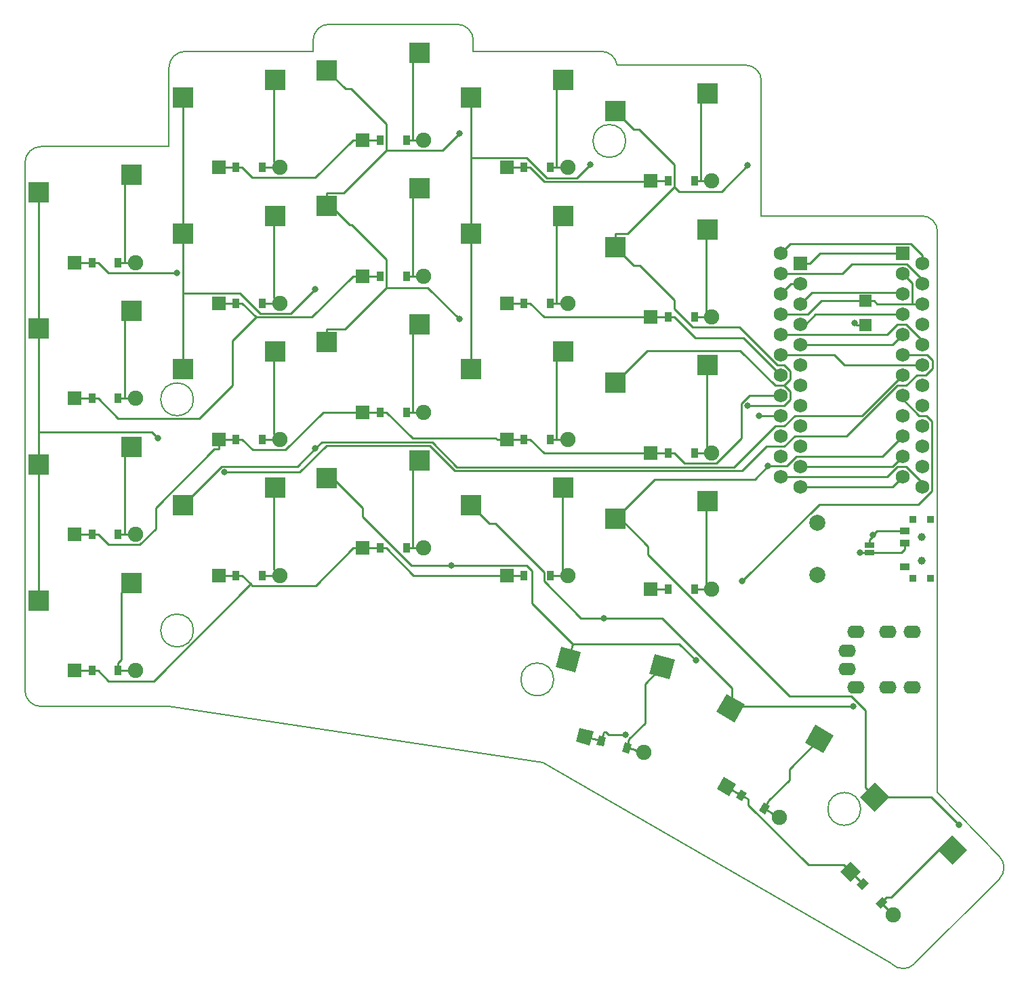
<source format=gbr>
G04 #@! TF.GenerationSoftware,KiCad,Pcbnew,5.1.5+dfsg1-2build2*
G04 #@! TF.CreationDate,2024-05-28T11:23:48+00:00*
G04 #@! TF.ProjectId,board,626f6172-642e-46b6-9963-61645f706362,0.3*
G04 #@! TF.SameCoordinates,Original*
G04 #@! TF.FileFunction,Copper,L1,Top*
G04 #@! TF.FilePolarity,Positive*
%FSLAX46Y46*%
G04 Gerber Fmt 4.6, Leading zero omitted, Abs format (unit mm)*
G04 Created by KiCad (PCBNEW 5.1.5+dfsg1-2build2) date 2024-05-28 11:23:48*
%MOMM*%
%LPD*%
G04 APERTURE LIST*
G04 #@! TA.AperFunction,Profile*
%ADD10C,0.150000*%
G04 #@! TD*
G04 #@! TA.AperFunction,SMDPad,CuDef*
%ADD11R,2.600000X2.600000*%
G04 #@! TD*
G04 #@! TA.AperFunction,SMDPad,CuDef*
%ADD12C,0.350000*%
G04 #@! TD*
G04 #@! TA.AperFunction,SMDPad,CuDef*
%ADD13R,0.900000X1.200000*%
G04 #@! TD*
G04 #@! TA.AperFunction,ComponentPad*
%ADD14R,1.778000X1.778000*%
G04 #@! TD*
G04 #@! TA.AperFunction,ComponentPad*
%ADD15C,1.905000*%
G04 #@! TD*
G04 #@! TA.AperFunction,ComponentPad*
%ADD16C,0.350000*%
G04 #@! TD*
G04 #@! TA.AperFunction,ComponentPad*
%ADD17R,1.752600X1.752600*%
G04 #@! TD*
G04 #@! TA.AperFunction,ComponentPad*
%ADD18C,1.752600*%
G04 #@! TD*
G04 #@! TA.AperFunction,SMDPad,CuDef*
%ADD19R,1.500000X1.500000*%
G04 #@! TD*
G04 #@! TA.AperFunction,ComponentPad*
%ADD20O,2.200000X1.600000*%
G04 #@! TD*
G04 #@! TA.AperFunction,SMDPad,CuDef*
%ADD21R,1.143000X0.635000*%
G04 #@! TD*
G04 #@! TA.AperFunction,WasherPad*
%ADD22C,1.000000*%
G04 #@! TD*
G04 #@! TA.AperFunction,SMDPad,CuDef*
%ADD23R,1.250000X0.900000*%
G04 #@! TD*
G04 #@! TA.AperFunction,SMDPad,CuDef*
%ADD24R,0.900000X0.900000*%
G04 #@! TD*
G04 #@! TA.AperFunction,ComponentPad*
%ADD25C,2.000000*%
G04 #@! TD*
G04 #@! TA.AperFunction,ViaPad*
%ADD26C,0.800000*%
G04 #@! TD*
G04 #@! TA.AperFunction,Conductor*
%ADD27C,0.250000*%
G04 #@! TD*
G04 APERTURE END LIST*
D10*
X-8000000Y-9500000D02*
X8000000Y-9500000D01*
X-10000000Y-7500000D02*
X-10000000Y58500000D01*
X-8000000Y-9500000D02*
G75*
G02X-10000000Y-7500000I0J2000000D01*
G01*
X8000000Y60500000D02*
X-8000000Y60500000D01*
X-10000000Y58500000D02*
G75*
G02X-8000000Y60500000I2000000J0D01*
G01*
X26000000Y72400000D02*
X10000000Y72400000D01*
X8000000Y70400000D02*
G75*
G02X10000000Y72400000I2000000J0D01*
G01*
X8000000Y70400000D02*
X8000000Y60500000D01*
X46000000Y72400000D02*
X46000000Y73800000D01*
X44000000Y75800000D02*
G75*
G02X46000000Y73800000I0J-2000000D01*
G01*
X44000000Y75800000D02*
X28000000Y75800000D01*
X26000000Y73800000D02*
G75*
G02X28000000Y75800000I2000000J0D01*
G01*
X26000000Y73800000D02*
X26000000Y72400000D01*
X62000000Y72400000D02*
G75*
G02X63977391Y70699872I0J-2000000D01*
G01*
X62000000Y72400000D02*
X46000000Y72400000D01*
X82000000Y51850000D02*
X82000000Y68700000D01*
X80000000Y70700000D02*
G75*
G02X82000000Y68700000I0J-2000000D01*
G01*
X80000000Y70700000D02*
X64000000Y70700000D01*
X63977391Y70699872D02*
G75*
G02X64000000Y70700000I22609J-1999872D01*
G01*
X101117258Y-41686664D02*
G75*
G02X98288831Y-41686665I-1414214J1414213D01*
G01*
X101117258Y-41686665D02*
X111723860Y-31080063D01*
X111723859Y-28251637D02*
G75*
G02X111723859Y-31080063I-1414213J-1414213D01*
G01*
X104000000Y-20208734D02*
X111723860Y-28251636D01*
X98288831Y-41686665D02*
X54707107Y-16524745D01*
X54707107Y-16524745D02*
X8000000Y-9500000D01*
X104000000Y-20208734D02*
X104000000Y49850000D01*
X102000000Y51850000D02*
G75*
G02X104000000Y49850000I0J-2000000D01*
G01*
X102000000Y51850000D02*
X82000000Y51850000D01*
X11050000Y28900000D02*
G75*
G03X11050000Y28900000I-2050000J0D01*
G01*
X11050000Y0D02*
G75*
G03X11050000Y0I-2050000J0D01*
G01*
X65050000Y61200000D02*
G75*
G03X65050000Y61200000I-2050000J0D01*
G01*
X56050000Y-6120000D02*
G75*
G03X56050000Y-6120000I-2050000J0D01*
G01*
X94399134Y-22311939D02*
G75*
G03X94399134Y-22311939I-2050000J0D01*
G01*
D11*
G04 #@! TO.P,S1,1*
G04 #@! TO.N,pinky_bottom*
X3275000Y5950000D03*
G04 #@! TO.P,S1,2*
G04 #@! TO.N,col_pinky*
X-8275000Y3750000D03*
G04 #@! TD*
G04 #@! TO.P,S2,1*
G04 #@! TO.N,pinky_home*
X3275000Y22950000D03*
G04 #@! TO.P,S2,2*
G04 #@! TO.N,col_pinky*
X-8275000Y20750000D03*
G04 #@! TD*
G04 #@! TO.P,S3,1*
G04 #@! TO.N,pinky_top*
X3275000Y39950000D03*
G04 #@! TO.P,S3,2*
G04 #@! TO.N,col_pinky*
X-8275000Y37750000D03*
G04 #@! TD*
G04 #@! TO.P,S4,1*
G04 #@! TO.N,pinky_extra*
X3275000Y56950000D03*
G04 #@! TO.P,S4,2*
G04 #@! TO.N,col_pinky*
X-8275000Y54750000D03*
G04 #@! TD*
G04 #@! TO.P,S5,1*
G04 #@! TO.N,ring_bottom*
X21275000Y17850000D03*
G04 #@! TO.P,S5,2*
G04 #@! TO.N,col_ring*
X9725000Y15650000D03*
G04 #@! TD*
G04 #@! TO.P,S6,1*
G04 #@! TO.N,ring_home*
X21275000Y34850000D03*
G04 #@! TO.P,S6,2*
G04 #@! TO.N,col_ring*
X9725000Y32650000D03*
G04 #@! TD*
G04 #@! TO.P,S7,1*
G04 #@! TO.N,ring_top*
X21275000Y51850000D03*
G04 #@! TO.P,S7,2*
G04 #@! TO.N,col_ring*
X9725000Y49650000D03*
G04 #@! TD*
G04 #@! TO.P,S8,1*
G04 #@! TO.N,ring_extra*
X21275000Y68850000D03*
G04 #@! TO.P,S8,2*
G04 #@! TO.N,col_ring*
X9725000Y66650000D03*
G04 #@! TD*
G04 #@! TO.P,S9,1*
G04 #@! TO.N,middle_bottom*
X39275000Y21250000D03*
G04 #@! TO.P,S9,2*
G04 #@! TO.N,col_middle*
X27725000Y19050000D03*
G04 #@! TD*
G04 #@! TO.P,S10,1*
G04 #@! TO.N,middle_home*
X39275000Y38250000D03*
G04 #@! TO.P,S10,2*
G04 #@! TO.N,col_middle*
X27725000Y36050000D03*
G04 #@! TD*
G04 #@! TO.P,S11,1*
G04 #@! TO.N,middle_top*
X39275000Y55250000D03*
G04 #@! TO.P,S11,2*
G04 #@! TO.N,col_middle*
X27725000Y53050000D03*
G04 #@! TD*
G04 #@! TO.P,S12,1*
G04 #@! TO.N,middle_extra*
X39275000Y72250000D03*
G04 #@! TO.P,S12,2*
G04 #@! TO.N,col_middle*
X27725000Y70050000D03*
G04 #@! TD*
G04 #@! TO.P,S13,1*
G04 #@! TO.N,index_bottom*
X57275000Y17850000D03*
G04 #@! TO.P,S13,2*
G04 #@! TO.N,col_index*
X45725000Y15650000D03*
G04 #@! TD*
G04 #@! TO.P,S14,1*
G04 #@! TO.N,index_home*
X57275000Y34850000D03*
G04 #@! TO.P,S14,2*
G04 #@! TO.N,col_index*
X45725000Y32650000D03*
G04 #@! TD*
G04 #@! TO.P,S15,1*
G04 #@! TO.N,index_top*
X57275000Y51850000D03*
G04 #@! TO.P,S15,2*
G04 #@! TO.N,col_index*
X45725000Y49650000D03*
G04 #@! TD*
G04 #@! TO.P,S16,1*
G04 #@! TO.N,index_extra*
X57275000Y68850000D03*
G04 #@! TO.P,S16,2*
G04 #@! TO.N,col_index*
X45725000Y66650000D03*
G04 #@! TD*
G04 #@! TO.P,S17,1*
G04 #@! TO.N,inner_bottom*
X75275000Y16150000D03*
G04 #@! TO.P,S17,2*
G04 #@! TO.N,col_inner*
X63725000Y13950000D03*
G04 #@! TD*
G04 #@! TO.P,S18,1*
G04 #@! TO.N,inner_home*
X75275000Y33150000D03*
G04 #@! TO.P,S18,2*
G04 #@! TO.N,col_inner*
X63725000Y30950000D03*
G04 #@! TD*
G04 #@! TO.P,S19,1*
G04 #@! TO.N,inner_top*
X75275000Y50150000D03*
G04 #@! TO.P,S19,2*
G04 #@! TO.N,col_inner*
X63725000Y47950000D03*
G04 #@! TD*
G04 #@! TO.P,S20,1*
G04 #@! TO.N,inner_extra*
X75275000Y67150000D03*
G04 #@! TO.P,S20,2*
G04 #@! TO.N,col_inner*
X63725000Y64950000D03*
G04 #@! TD*
G04 #@! TA.AperFunction,SMDPad,CuDef*
D12*
G04 #@! TO.P,S21,1*
G04 #@! TO.N,near_thumb*
G36*
X68004512Y-5438613D02*
G01*
X68677441Y-2927206D01*
X71188848Y-3600135D01*
X70515919Y-6111542D01*
X68004512Y-5438613D01*
G37*
G04 #@! TD.AperFunction*
G04 #@! TA.AperFunction,SMDPad,CuDef*
G04 #@! TO.P,S21,2*
G04 #@! TO.N,col_middle*
G36*
X56278667Y-4574290D02*
G01*
X56951596Y-2062883D01*
X59463003Y-2735812D01*
X58790074Y-5247219D01*
X56278667Y-4574290D01*
G37*
G04 #@! TD.AperFunction*
G04 #@! TD*
G04 #@! TA.AperFunction,SMDPad,CuDef*
G04 #@! TO.P,S22,1*
G04 #@! TO.N,home_thumb*
G36*
X87466300Y-14057982D02*
G01*
X88766300Y-11806316D01*
X91017966Y-13106316D01*
X89717966Y-15357982D01*
X87466300Y-14057982D01*
G37*
G04 #@! TD.AperFunction*
G04 #@! TA.AperFunction,SMDPad,CuDef*
G04 #@! TO.P,S22,2*
G04 #@! TO.N,col_index*
G36*
X76363707Y-10188238D02*
G01*
X77663707Y-7936572D01*
X79915373Y-9236572D01*
X78615373Y-11488238D01*
X76363707Y-10188238D01*
G37*
G04 #@! TD.AperFunction*
G04 #@! TD*
G04 #@! TA.AperFunction,SMDPad,CuDef*
G04 #@! TO.P,S23,1*
G04 #@! TO.N,far_thumb*
G36*
X104034082Y-27420789D02*
G01*
X105872560Y-25582311D01*
X107711038Y-27420789D01*
X105872560Y-29259267D01*
X104034082Y-27420789D01*
G37*
G04 #@! TD.AperFunction*
G04 #@! TA.AperFunction,SMDPad,CuDef*
G04 #@! TO.P,S23,2*
G04 #@! TO.N,col_inner*
G36*
X94311364Y-20809341D02*
G01*
X96149842Y-18970863D01*
X97988320Y-20809341D01*
X96149842Y-22647819D01*
X94311364Y-20809341D01*
G37*
G04 #@! TD.AperFunction*
G04 #@! TD*
D13*
G04 #@! TO.P,D1,1*
G04 #@! TO.N,row_bottom*
X-1650000Y-5000000D03*
G04 #@! TO.P,D1,2*
G04 #@! TO.N,pinky_bottom*
X1650000Y-5000000D03*
D14*
G04 #@! TO.P,D1,1*
G04 #@! TO.N,row_bottom*
X-3810000Y-5000000D03*
D15*
G04 #@! TO.P,D1,2*
G04 #@! TO.N,pinky_bottom*
X3810000Y-5000000D03*
G04 #@! TD*
D13*
G04 #@! TO.P,D2,1*
G04 #@! TO.N,row_home*
X-1650000Y12000000D03*
G04 #@! TO.P,D2,2*
G04 #@! TO.N,pinky_home*
X1650000Y12000000D03*
D14*
G04 #@! TO.P,D2,1*
G04 #@! TO.N,row_home*
X-3810000Y12000000D03*
D15*
G04 #@! TO.P,D2,2*
G04 #@! TO.N,pinky_home*
X3810000Y12000000D03*
G04 #@! TD*
D13*
G04 #@! TO.P,D3,1*
G04 #@! TO.N,row_top*
X-1650000Y29000000D03*
G04 #@! TO.P,D3,2*
G04 #@! TO.N,pinky_top*
X1650000Y29000000D03*
D14*
G04 #@! TO.P,D3,1*
G04 #@! TO.N,row_top*
X-3810000Y29000000D03*
D15*
G04 #@! TO.P,D3,2*
G04 #@! TO.N,pinky_top*
X3810000Y29000000D03*
G04 #@! TD*
D13*
G04 #@! TO.P,D4,1*
G04 #@! TO.N,row_extra*
X-1650000Y46000000D03*
G04 #@! TO.P,D4,2*
G04 #@! TO.N,pinky_extra*
X1650000Y46000000D03*
D14*
G04 #@! TO.P,D4,1*
G04 #@! TO.N,row_extra*
X-3810000Y46000000D03*
D15*
G04 #@! TO.P,D4,2*
G04 #@! TO.N,pinky_extra*
X3810000Y46000000D03*
G04 #@! TD*
D13*
G04 #@! TO.P,D5,1*
G04 #@! TO.N,row_bottom*
X16350000Y6900000D03*
G04 #@! TO.P,D5,2*
G04 #@! TO.N,ring_bottom*
X19650000Y6900000D03*
D14*
G04 #@! TO.P,D5,1*
G04 #@! TO.N,row_bottom*
X14190000Y6900000D03*
D15*
G04 #@! TO.P,D5,2*
G04 #@! TO.N,ring_bottom*
X21810000Y6900000D03*
G04 #@! TD*
D13*
G04 #@! TO.P,D6,1*
G04 #@! TO.N,row_home*
X16350000Y23900000D03*
G04 #@! TO.P,D6,2*
G04 #@! TO.N,ring_home*
X19650000Y23900000D03*
D14*
G04 #@! TO.P,D6,1*
G04 #@! TO.N,row_home*
X14190000Y23900000D03*
D15*
G04 #@! TO.P,D6,2*
G04 #@! TO.N,ring_home*
X21810000Y23900000D03*
G04 #@! TD*
D13*
G04 #@! TO.P,D7,1*
G04 #@! TO.N,row_top*
X16350000Y40900000D03*
G04 #@! TO.P,D7,2*
G04 #@! TO.N,ring_top*
X19650000Y40900000D03*
D14*
G04 #@! TO.P,D7,1*
G04 #@! TO.N,row_top*
X14190000Y40900000D03*
D15*
G04 #@! TO.P,D7,2*
G04 #@! TO.N,ring_top*
X21810000Y40900000D03*
G04 #@! TD*
D13*
G04 #@! TO.P,D8,1*
G04 #@! TO.N,row_extra*
X16350000Y57900000D03*
G04 #@! TO.P,D8,2*
G04 #@! TO.N,ring_extra*
X19650000Y57900000D03*
D14*
G04 #@! TO.P,D8,1*
G04 #@! TO.N,row_extra*
X14190000Y57900000D03*
D15*
G04 #@! TO.P,D8,2*
G04 #@! TO.N,ring_extra*
X21810000Y57900000D03*
G04 #@! TD*
D13*
G04 #@! TO.P,D9,1*
G04 #@! TO.N,row_bottom*
X34350000Y10300000D03*
G04 #@! TO.P,D9,2*
G04 #@! TO.N,middle_bottom*
X37650000Y10300000D03*
D14*
G04 #@! TO.P,D9,1*
G04 #@! TO.N,row_bottom*
X32190000Y10300000D03*
D15*
G04 #@! TO.P,D9,2*
G04 #@! TO.N,middle_bottom*
X39810000Y10300000D03*
G04 #@! TD*
D13*
G04 #@! TO.P,D10,1*
G04 #@! TO.N,row_home*
X34350000Y27300000D03*
G04 #@! TO.P,D10,2*
G04 #@! TO.N,middle_home*
X37650000Y27300000D03*
D14*
G04 #@! TO.P,D10,1*
G04 #@! TO.N,row_home*
X32190000Y27300000D03*
D15*
G04 #@! TO.P,D10,2*
G04 #@! TO.N,middle_home*
X39810000Y27300000D03*
G04 #@! TD*
D13*
G04 #@! TO.P,D11,1*
G04 #@! TO.N,row_top*
X34350000Y44300000D03*
G04 #@! TO.P,D11,2*
G04 #@! TO.N,middle_top*
X37650000Y44300000D03*
D14*
G04 #@! TO.P,D11,1*
G04 #@! TO.N,row_top*
X32190000Y44300000D03*
D15*
G04 #@! TO.P,D11,2*
G04 #@! TO.N,middle_top*
X39810000Y44300000D03*
G04 #@! TD*
D13*
G04 #@! TO.P,D12,1*
G04 #@! TO.N,row_extra*
X34350000Y61300000D03*
G04 #@! TO.P,D12,2*
G04 #@! TO.N,middle_extra*
X37650000Y61300000D03*
D14*
G04 #@! TO.P,D12,1*
G04 #@! TO.N,row_extra*
X32190000Y61300000D03*
D15*
G04 #@! TO.P,D12,2*
G04 #@! TO.N,middle_extra*
X39810000Y61300000D03*
G04 #@! TD*
D13*
G04 #@! TO.P,D13,1*
G04 #@! TO.N,row_bottom*
X52350000Y6900000D03*
G04 #@! TO.P,D13,2*
G04 #@! TO.N,index_bottom*
X55650000Y6900000D03*
D14*
G04 #@! TO.P,D13,1*
G04 #@! TO.N,row_bottom*
X50190000Y6900000D03*
D15*
G04 #@! TO.P,D13,2*
G04 #@! TO.N,index_bottom*
X57810000Y6900000D03*
G04 #@! TD*
D13*
G04 #@! TO.P,D14,1*
G04 #@! TO.N,row_home*
X52350000Y23900000D03*
G04 #@! TO.P,D14,2*
G04 #@! TO.N,index_home*
X55650000Y23900000D03*
D14*
G04 #@! TO.P,D14,1*
G04 #@! TO.N,row_home*
X50190000Y23900000D03*
D15*
G04 #@! TO.P,D14,2*
G04 #@! TO.N,index_home*
X57810000Y23900000D03*
G04 #@! TD*
D13*
G04 #@! TO.P,D15,1*
G04 #@! TO.N,row_top*
X52350000Y40900000D03*
G04 #@! TO.P,D15,2*
G04 #@! TO.N,index_top*
X55650000Y40900000D03*
D14*
G04 #@! TO.P,D15,1*
G04 #@! TO.N,row_top*
X50190000Y40900000D03*
D15*
G04 #@! TO.P,D15,2*
G04 #@! TO.N,index_top*
X57810000Y40900000D03*
G04 #@! TD*
D13*
G04 #@! TO.P,D16,1*
G04 #@! TO.N,row_extra*
X52350000Y57900000D03*
G04 #@! TO.P,D16,2*
G04 #@! TO.N,index_extra*
X55650000Y57900000D03*
D14*
G04 #@! TO.P,D16,1*
G04 #@! TO.N,row_extra*
X50190000Y57900000D03*
D15*
G04 #@! TO.P,D16,2*
G04 #@! TO.N,index_extra*
X57810000Y57900000D03*
G04 #@! TD*
D13*
G04 #@! TO.P,D17,1*
G04 #@! TO.N,row_bottom*
X70350000Y5200000D03*
G04 #@! TO.P,D17,2*
G04 #@! TO.N,inner_bottom*
X73650000Y5200000D03*
D14*
G04 #@! TO.P,D17,1*
G04 #@! TO.N,row_bottom*
X68190000Y5200000D03*
D15*
G04 #@! TO.P,D17,2*
G04 #@! TO.N,inner_bottom*
X75810000Y5200000D03*
G04 #@! TD*
D13*
G04 #@! TO.P,D18,1*
G04 #@! TO.N,row_home*
X70350000Y22200000D03*
G04 #@! TO.P,D18,2*
G04 #@! TO.N,inner_home*
X73650000Y22200000D03*
D14*
G04 #@! TO.P,D18,1*
G04 #@! TO.N,row_home*
X68190000Y22200000D03*
D15*
G04 #@! TO.P,D18,2*
G04 #@! TO.N,inner_home*
X75810000Y22200000D03*
G04 #@! TD*
D13*
G04 #@! TO.P,D19,1*
G04 #@! TO.N,row_top*
X70350000Y39200000D03*
G04 #@! TO.P,D19,2*
G04 #@! TO.N,inner_top*
X73650000Y39200000D03*
D14*
G04 #@! TO.P,D19,1*
G04 #@! TO.N,row_top*
X68190000Y39200000D03*
D15*
G04 #@! TO.P,D19,2*
G04 #@! TO.N,inner_top*
X75810000Y39200000D03*
G04 #@! TD*
D13*
G04 #@! TO.P,D20,1*
G04 #@! TO.N,row_extra*
X70350000Y56200000D03*
G04 #@! TO.P,D20,2*
G04 #@! TO.N,inner_extra*
X73650000Y56200000D03*
D14*
G04 #@! TO.P,D20,1*
G04 #@! TO.N,row_extra*
X68190000Y56200000D03*
D15*
G04 #@! TO.P,D20,2*
G04 #@! TO.N,inner_extra*
X75810000Y56200000D03*
G04 #@! TD*
G04 #@! TA.AperFunction,SMDPad,CuDef*
D12*
G04 #@! TO.P,D21,1*
G04 #@! TO.N,row_thumb*
G36*
X61415464Y-14284637D02*
G01*
X61726047Y-13125526D01*
X62595380Y-13358463D01*
X62284797Y-14517574D01*
X61415464Y-14284637D01*
G37*
G04 #@! TD.AperFunction*
G04 #@! TA.AperFunction,SMDPad,CuDef*
G04 #@! TO.P,D21,2*
G04 #@! TO.N,near_thumb*
G36*
X64603020Y-15138737D02*
G01*
X64913603Y-13979626D01*
X65782936Y-14212563D01*
X65472353Y-15371674D01*
X64603020Y-15138737D01*
G37*
G04 #@! TD.AperFunction*
G04 #@! TA.AperFunction,ComponentPad*
D16*
G04 #@! TO.P,D21,1*
G04 #@! TO.N,row_thumb*
G36*
X58830225Y-13891116D02*
G01*
X59290405Y-12173700D01*
X61007821Y-12633880D01*
X60547641Y-14351296D01*
X58830225Y-13891116D01*
G37*
G04 #@! TD.AperFunction*
D15*
G04 #@! TO.P,D21,2*
G04 #@! TO.N,near_thumb*
X67279377Y-15234702D03*
G04 #@! TD*
G04 #@! TA.AperFunction,SMDPad,CuDef*
D12*
G04 #@! TO.P,D22,1*
G04 #@! TO.N,row_thumb*
G36*
X78812247Y-20897315D02*
G01*
X79412247Y-19858085D01*
X80191669Y-20308085D01*
X79591669Y-21347315D01*
X78812247Y-20897315D01*
G37*
G04 #@! TD.AperFunction*
G04 #@! TA.AperFunction,SMDPad,CuDef*
G04 #@! TO.P,D22,2*
G04 #@! TO.N,home_thumb*
G36*
X81670131Y-22547315D02*
G01*
X82270131Y-21508085D01*
X83049553Y-21958085D01*
X82449553Y-22997315D01*
X81670131Y-22547315D01*
G37*
G04 #@! TD.AperFunction*
G04 #@! TA.AperFunction,ComponentPad*
D16*
G04 #@! TO.P,D22,1*
G04 #@! TO.N,row_thumb*
G36*
X76416946Y-19848097D02*
G01*
X77305946Y-18308303D01*
X78845740Y-19197303D01*
X77956740Y-20737097D01*
X76416946Y-19848097D01*
G37*
G04 #@! TD.AperFunction*
D15*
G04 #@! TO.P,D22,2*
G04 #@! TO.N,home_thumb*
X84230457Y-23332700D03*
G04 #@! TD*
G04 #@! TA.AperFunction,SMDPad,CuDef*
D12*
G04 #@! TO.P,D23,1*
G04 #@! TO.N,row_thumb*
G36*
X93904812Y-31787140D02*
G01*
X94753340Y-30938612D01*
X95389736Y-31575008D01*
X94541208Y-32423536D01*
X93904812Y-31787140D01*
G37*
G04 #@! TD.AperFunction*
G04 #@! TA.AperFunction,SMDPad,CuDef*
G04 #@! TO.P,D23,2*
G04 #@! TO.N,far_thumb*
G36*
X96238264Y-34120592D02*
G01*
X97086792Y-33272064D01*
X97723188Y-33908460D01*
X96874660Y-34756988D01*
X96238264Y-34120592D01*
G37*
G04 #@! TD.AperFunction*
G04 #@! TA.AperFunction,ComponentPad*
D16*
G04 #@! TO.P,D23,1*
G04 #@! TO.N,row_thumb*
G36*
X91862687Y-30153723D02*
G01*
X93119923Y-28896487D01*
X94377159Y-30153723D01*
X93119923Y-31410959D01*
X91862687Y-30153723D01*
G37*
G04 #@! TD.AperFunction*
D15*
G04 #@! TO.P,D23,2*
G04 #@! TO.N,far_thumb*
X98508077Y-35541877D03*
G04 #@! TD*
D17*
G04 #@! TO.P,MCU1,1*
G04 #@! TO.N,RAW*
X99620000Y47170000D03*
D18*
G04 #@! TO.P,MCU1,2*
G04 #@! TO.N,GND*
X99620000Y44630000D03*
G04 #@! TO.P,MCU1,3*
G04 #@! TO.N,RST*
X99620000Y42090000D03*
G04 #@! TO.P,MCU1,4*
G04 #@! TO.N,VCC*
X99620000Y39550000D03*
G04 #@! TO.P,MCU1,5*
G04 #@! TO.N,P21*
X99620000Y37010000D03*
G04 #@! TO.P,MCU1,6*
G04 #@! TO.N,col_pinky*
X99620000Y34470000D03*
G04 #@! TO.P,MCU1,7*
G04 #@! TO.N,col_ring*
X99620000Y31930000D03*
G04 #@! TO.P,MCU1,8*
G04 #@! TO.N,col_middle*
X99620000Y29390000D03*
G04 #@! TO.P,MCU1,9*
G04 #@! TO.N,col_index*
X99620000Y26850000D03*
G04 #@! TO.P,MCU1,10*
G04 #@! TO.N,col_inner*
X99620000Y24310000D03*
G04 #@! TO.P,MCU1,11*
G04 #@! TO.N,P16*
X99620000Y21770000D03*
G04 #@! TO.P,MCU1,12*
G04 #@! TO.N,P10*
X99620000Y19230000D03*
G04 #@! TO.P,MCU1,13*
G04 #@! TO.N,P1*
X84380000Y47170000D03*
G04 #@! TO.P,MCU1,14*
G04 #@! TO.N,P0*
X84380000Y44630000D03*
G04 #@! TO.P,MCU1,15*
G04 #@! TO.N,GND*
X84380000Y42090000D03*
G04 #@! TO.P,MCU1,16*
X84380000Y39550000D03*
G04 #@! TO.P,MCU1,17*
G04 #@! TO.N,P2*
X84380000Y37010000D03*
G04 #@! TO.P,MCU1,18*
G04 #@! TO.N,P3*
X84380000Y34470000D03*
G04 #@! TO.P,MCU1,19*
G04 #@! TO.N,row_top*
X84380000Y31930000D03*
G04 #@! TO.P,MCU1,20*
G04 #@! TO.N,row_home*
X84380000Y29390000D03*
G04 #@! TO.P,MCU1,21*
G04 #@! TO.N,row_bottom*
X84380000Y26850000D03*
G04 #@! TO.P,MCU1,22*
G04 #@! TO.N,row_thumb*
X84380000Y24310000D03*
G04 #@! TO.P,MCU1,23*
G04 #@! TO.N,row_extra*
X84380000Y21770000D03*
G04 #@! TO.P,MCU1,24*
G04 #@! TO.N,P9*
X84380000Y19230000D03*
G04 #@! TD*
D17*
G04 #@! TO.P,MCU2,1*
G04 #@! TO.N,RAW*
X86880000Y45920000D03*
D18*
G04 #@! TO.P,MCU2,2*
G04 #@! TO.N,GND*
X86880000Y43380000D03*
G04 #@! TO.P,MCU2,3*
G04 #@! TO.N,RST*
X86880000Y40840000D03*
G04 #@! TO.P,MCU2,4*
G04 #@! TO.N,VCC*
X86880000Y38300000D03*
G04 #@! TO.P,MCU2,5*
G04 #@! TO.N,P21*
X86880000Y35760000D03*
G04 #@! TO.P,MCU2,6*
G04 #@! TO.N,P20*
X86880000Y33220000D03*
G04 #@! TO.P,MCU2,7*
G04 #@! TO.N,P19*
X86880000Y30680000D03*
G04 #@! TO.P,MCU2,8*
G04 #@! TO.N,P18*
X86880000Y28140000D03*
G04 #@! TO.P,MCU2,9*
G04 #@! TO.N,P15*
X86880000Y25600000D03*
G04 #@! TO.P,MCU2,10*
G04 #@! TO.N,P14*
X86880000Y23060000D03*
G04 #@! TO.P,MCU2,11*
G04 #@! TO.N,P16*
X86880000Y20520000D03*
G04 #@! TO.P,MCU2,12*
G04 #@! TO.N,P10*
X86880000Y17980000D03*
G04 #@! TO.P,MCU2,13*
G04 #@! TO.N,P1*
X102120000Y45920000D03*
G04 #@! TO.P,MCU2,14*
G04 #@! TO.N,P0*
X102120000Y43380000D03*
G04 #@! TO.P,MCU2,15*
G04 #@! TO.N,GND*
X102120000Y40840000D03*
G04 #@! TO.P,MCU2,16*
X102120000Y38300000D03*
G04 #@! TO.P,MCU2,17*
G04 #@! TO.N,P2*
X102120000Y35760000D03*
G04 #@! TO.P,MCU2,18*
G04 #@! TO.N,P3*
X102120000Y33220000D03*
G04 #@! TO.P,MCU2,19*
G04 #@! TO.N,P4*
X102120000Y30680000D03*
G04 #@! TO.P,MCU2,20*
G04 #@! TO.N,P5*
X102120000Y28140000D03*
G04 #@! TO.P,MCU2,21*
G04 #@! TO.N,P6*
X102120000Y25600000D03*
G04 #@! TO.P,MCU2,22*
G04 #@! TO.N,P7*
X102120000Y23060000D03*
G04 #@! TO.P,MCU2,23*
G04 #@! TO.N,P8*
X102120000Y20520000D03*
G04 #@! TO.P,MCU2,24*
G04 #@! TO.N,P9*
X102120000Y17980000D03*
G04 #@! TD*
D19*
G04 #@! TO.P,PAD1,1*
G04 #@! TO.N,Bplus*
X95000000Y38200000D03*
G04 #@! TD*
G04 #@! TO.P,PAD2,1*
G04 #@! TO.N,GND*
X95000000Y41200000D03*
G04 #@! TD*
D20*
G04 #@! TO.P,TRRS1,1*
G04 #@! TO.N,N/C*
X92700000Y-2500000D03*
G04 #@! TO.P,TRRS1,2*
G04 #@! TO.N,VCC*
X93800000Y-7100000D03*
G04 #@! TO.P,TRRS1,3*
G04 #@! TO.N,GND*
X97800000Y-7100000D03*
G04 #@! TO.P,TRRS1,4*
G04 #@! TO.N,P0*
X100800000Y-7100000D03*
G04 #@! TO.P,TRRS1,1*
G04 #@! TO.N,N/C*
X92700000Y-4800000D03*
G04 #@! TO.P,TRRS1,2*
G04 #@! TO.N,VCC*
X93800000Y-200000D03*
G04 #@! TO.P,TRRS1,3*
G04 #@! TO.N,GND*
X97800000Y-200000D03*
G04 #@! TO.P,TRRS1,4*
G04 #@! TO.N,P0*
X100800000Y-200000D03*
G04 #@! TD*
D21*
G04 #@! TO.P,J2,1*
G04 #@! TO.N,Bplus*
X95500000Y10700380D03*
G04 #@! TO.P,J2,2*
G04 #@! TO.N,RAW*
X95500000Y9699620D03*
G04 #@! TD*
D22*
G04 #@! TO.P,T1,*
G04 #@! TO.N,*
X102000000Y8700000D03*
X102000000Y11700000D03*
D23*
G04 #@! TO.P,T1,1*
G04 #@! TO.N,N/C*
X99925000Y7950000D03*
G04 #@! TO.P,T1,2*
G04 #@! TO.N,RAW*
X99925000Y10950000D03*
G04 #@! TO.P,T1,3*
G04 #@! TO.N,Bplus*
X99925000Y12450000D03*
D24*
G04 #@! TO.P,T1,*
G04 #@! TO.N,*
X103100000Y6500000D03*
X100900000Y6500000D03*
X100900000Y13900000D03*
X103100000Y13900000D03*
G04 #@! TD*
D22*
G04 #@! TO.P,T2,*
G04 #@! TO.N,*
X102000000Y8700000D03*
X102000000Y11700000D03*
G04 #@! TD*
D25*
G04 #@! TO.P,B1,2*
G04 #@! TO.N,GND*
X89000000Y13450000D03*
G04 #@! TO.P,B1,1*
G04 #@! TO.N,RST*
X89000000Y6950000D03*
G04 #@! TD*
D26*
G04 #@! TO.N,col_pinky*
X14914800Y19793700D03*
X6600100Y24050200D03*
G04 #@! TO.N,col_ring*
X26275000Y42703900D03*
X26275000Y22753000D03*
G04 #@! TO.N,col_middle*
X43252000Y8126700D03*
X44275000Y38910000D03*
X79593300Y6140200D03*
X44275000Y62103800D03*
X73856900Y-3766300D03*
G04 #@! TO.N,col_index*
X60587700Y58228800D03*
X62275000Y1511100D03*
X93502700Y-9519400D03*
G04 #@! TO.N,col_inner*
X82796200Y20561400D03*
X80275000Y58161300D03*
X80275000Y28120000D03*
X106674800Y-24270400D03*
G04 #@! TO.N,row_bottom*
X81714400Y26850000D03*
G04 #@! TO.N,row_extra*
X9000000Y44711700D03*
G04 #@! TO.N,row_thumb*
X65008900Y-13010300D03*
G04 #@! TO.N,RAW*
X94320400Y9699600D03*
G04 #@! TO.N,Bplus*
X93619700Y38448800D03*
X95921700Y11896600D03*
G04 #@! TD*
D27*
G04 #@! TO.N,pinky_bottom*
X1650000Y-5000000D02*
X1650000Y-4074700D01*
X3275000Y5950000D02*
X2074900Y4749900D01*
X2074900Y4749900D02*
X2074900Y-3649800D01*
X2074900Y-3649800D02*
X1650000Y-4074700D01*
X3810000Y-5000000D02*
X1650000Y-5000000D01*
G04 #@! TO.N,col_pinky*
X99620000Y34470000D02*
X102660700Y34470000D01*
X102660700Y34470000D02*
X103348300Y33782400D01*
X103348300Y33782400D02*
X103348300Y32744400D01*
X103348300Y32744400D02*
X102553900Y31950000D01*
X102553900Y31950000D02*
X101402800Y31950000D01*
X101402800Y31950000D02*
X100112800Y30660000D01*
X100112800Y30660000D02*
X98986900Y30660000D01*
X98986900Y30660000D02*
X92656900Y24330000D01*
X92656900Y24330000D02*
X86162800Y24330000D01*
X86162800Y24330000D02*
X84872800Y23040000D01*
X84872800Y23040000D02*
X82671900Y23040000D01*
X82671900Y23040000D02*
X79626800Y19994900D01*
X79626800Y19994900D02*
X43676100Y19994900D01*
X43676100Y19994900D02*
X40562500Y23108500D01*
X40562500Y23108500D02*
X27656400Y23108500D01*
X27656400Y23108500D02*
X24341600Y19793700D01*
X24341600Y19793700D02*
X14914800Y19793700D01*
X-8275000Y24827300D02*
X5823000Y24827300D01*
X5823000Y24827300D02*
X6600100Y24050200D01*
X-8275000Y24827300D02*
X-8275000Y20750000D01*
X-8275000Y37750000D02*
X-8275000Y24827300D01*
X-8275000Y20750000D02*
X-8275000Y3750000D01*
X-8275000Y54750000D02*
X-8275000Y37750000D01*
G04 #@! TO.N,pinky_home*
X3810000Y12000000D02*
X2425300Y12000000D01*
X1650000Y12000000D02*
X2425300Y12000000D01*
X3275000Y22950000D02*
X2425300Y22100300D01*
X2425300Y22100300D02*
X2425300Y12000000D01*
G04 #@! TO.N,pinky_top*
X3810000Y29000000D02*
X2425300Y29000000D01*
X1650000Y29000000D02*
X2425300Y29000000D01*
X3275000Y39950000D02*
X2425300Y39100300D01*
X2425300Y39100300D02*
X2425300Y29000000D01*
G04 #@! TO.N,pinky_extra*
X3810000Y46000000D02*
X2425300Y46000000D01*
X1650000Y46000000D02*
X2425300Y46000000D01*
X3275000Y56950000D02*
X2425300Y56100300D01*
X2425300Y56100300D02*
X2425300Y46000000D01*
G04 #@! TO.N,ring_bottom*
X21275000Y17850000D02*
X21121100Y17696100D01*
X21121100Y17696100D02*
X21121100Y7588900D01*
X21121100Y7588900D02*
X21810000Y6900000D01*
X21810000Y6900000D02*
X19650000Y6900000D01*
G04 #@! TO.N,col_ring*
X99620000Y31930000D02*
X94560000Y26870000D01*
X94560000Y26870000D02*
X86162800Y26870000D01*
X86162800Y26870000D02*
X84872800Y25580000D01*
X84872800Y25580000D02*
X83746900Y25580000D01*
X83746900Y25580000D02*
X78613000Y20446100D01*
X78613000Y20446100D02*
X43974600Y20446100D01*
X43974600Y20446100D02*
X40861900Y23558800D01*
X40861900Y23558800D02*
X27080800Y23558800D01*
X27080800Y23558800D02*
X26275000Y22753000D01*
X26275000Y22753000D02*
X24041000Y20519000D01*
X24041000Y20519000D02*
X14594000Y20519000D01*
X14594000Y20519000D02*
X9725000Y15650000D01*
X9725300Y42151000D02*
X9725300Y48024400D01*
X9725300Y48024400D02*
X9725000Y48024700D01*
X9725000Y34275300D02*
X9725300Y34275600D01*
X9725300Y34275600D02*
X9725300Y42151000D01*
X9725300Y42151000D02*
X16888900Y42151000D01*
X16888900Y42151000D02*
X19428400Y39611500D01*
X19428400Y39611500D02*
X23182600Y39611500D01*
X23182600Y39611500D02*
X26275000Y42703900D01*
X9725000Y49650000D02*
X9725000Y48024700D01*
X9725000Y32650000D02*
X9725000Y34275300D01*
X9725000Y66650000D02*
X9725000Y49650000D01*
G04 #@! TO.N,ring_home*
X21275000Y34850000D02*
X21121100Y34696100D01*
X21121100Y34696100D02*
X21121100Y24588900D01*
X21121100Y24588900D02*
X21810000Y23900000D01*
X21810000Y23900000D02*
X19650000Y23900000D01*
G04 #@! TO.N,ring_top*
X21275000Y51850000D02*
X21121100Y51696100D01*
X21121100Y51696100D02*
X21121100Y41588900D01*
X21121100Y41588900D02*
X21810000Y40900000D01*
X21810000Y40900000D02*
X19650000Y40900000D01*
G04 #@! TO.N,ring_extra*
X21275000Y68850000D02*
X21121100Y68696100D01*
X21121100Y68696100D02*
X21121100Y58588900D01*
X21121100Y58588900D02*
X21810000Y57900000D01*
X21810000Y57900000D02*
X19650000Y57900000D01*
G04 #@! TO.N,middle_bottom*
X39810000Y10300000D02*
X38425300Y10300000D01*
X37650000Y10300000D02*
X38425300Y10300000D01*
X39275000Y21250000D02*
X38425300Y20400300D01*
X38425300Y20400300D02*
X38425300Y10300000D01*
G04 #@! TO.N,col_middle*
X43252000Y8126700D02*
X38270000Y8126700D01*
X38270000Y8126700D02*
X32149700Y14247000D01*
X32149700Y14247000D02*
X32149700Y15318800D01*
X32149700Y15318800D02*
X28418500Y19050000D01*
X28418500Y19050000D02*
X27725000Y19050000D01*
X58404200Y-1664400D02*
X53342400Y3397400D01*
X53342400Y3397400D02*
X53342400Y7457800D01*
X53342400Y7457800D02*
X52673500Y8126700D01*
X52673500Y8126700D02*
X43252000Y8126700D01*
X35125400Y42858600D02*
X40326400Y42858600D01*
X40326400Y42858600D02*
X44275000Y38910000D01*
X27725000Y37675300D02*
X29942100Y37675300D01*
X29942100Y37675300D02*
X35125400Y42858600D01*
X27725000Y53556100D02*
X30542200Y50738900D01*
X30542200Y50738900D02*
X30818300Y50738900D01*
X30818300Y50738900D02*
X35125400Y46431800D01*
X35125400Y46431800D02*
X35125400Y42858600D01*
X99620000Y29390000D02*
X99620000Y28921200D01*
X99620000Y28921200D02*
X101671200Y26870000D01*
X101671200Y26870000D02*
X102599700Y26870000D01*
X102599700Y26870000D02*
X103331600Y26138100D01*
X103331600Y26138100D02*
X103331600Y17478800D01*
X103331600Y17478800D02*
X101616000Y15763200D01*
X101616000Y15763200D02*
X89216300Y15763200D01*
X89216300Y15763200D02*
X79593300Y6140200D01*
X35125400Y59998900D02*
X29801800Y54675300D01*
X29801800Y54675300D02*
X27725000Y54675300D01*
X27725000Y70050000D02*
X30036100Y67738900D01*
X30036100Y67738900D02*
X30740700Y67738900D01*
X30740700Y67738900D02*
X35125400Y63354200D01*
X35125400Y63354200D02*
X35125400Y59998900D01*
X35125400Y59998900D02*
X42170100Y59998900D01*
X42170100Y59998900D02*
X44275000Y62103800D01*
X58404200Y-1664400D02*
X71755000Y-1664400D01*
X71755000Y-1664400D02*
X73856900Y-3766300D01*
X27725000Y36050000D02*
X27725000Y37675300D01*
X27725000Y53556100D02*
X27725000Y54675300D01*
X27725000Y53050000D02*
X27725000Y53556100D01*
X57870800Y-3655100D02*
X58404200Y-1664400D01*
G04 #@! TO.N,middle_home*
X39810000Y27300000D02*
X38425300Y27300000D01*
X37650000Y27300000D02*
X38425300Y27300000D01*
X39275000Y38250000D02*
X38425300Y37400300D01*
X38425300Y37400300D02*
X38425300Y27300000D01*
G04 #@! TO.N,middle_top*
X39810000Y44300000D02*
X38425300Y44300000D01*
X37650000Y44300000D02*
X38425300Y44300000D01*
X39275000Y55250000D02*
X38425300Y54400300D01*
X38425300Y54400300D02*
X38425300Y44300000D01*
G04 #@! TO.N,middle_extra*
X39810000Y61300000D02*
X38425300Y61300000D01*
X37650000Y61300000D02*
X38425300Y61300000D01*
X39275000Y72250000D02*
X38425300Y71400300D01*
X38425300Y71400300D02*
X38425300Y61300000D01*
G04 #@! TO.N,index_bottom*
X57121100Y6900000D02*
X55650000Y6900000D01*
X57810000Y6900000D02*
X57121100Y6900000D01*
X57275000Y17850000D02*
X57121100Y17696100D01*
X57121100Y17696100D02*
X57121100Y6900000D01*
G04 #@! TO.N,col_index*
X45725000Y59137200D02*
X45725000Y49650000D01*
X45725000Y66650000D02*
X45725000Y59137200D01*
X45725000Y59137200D02*
X52623400Y59137200D01*
X52623400Y59137200D02*
X55166600Y56594000D01*
X55166600Y56594000D02*
X58952900Y56594000D01*
X58952900Y56594000D02*
X60587700Y58228800D01*
X78332500Y-9519400D02*
X93502700Y-9519400D01*
X78139500Y-9712400D02*
X78332500Y-9519400D01*
X78332500Y-9519400D02*
X78332500Y-7213600D01*
X78332500Y-7213600D02*
X69607800Y1511100D01*
X69607800Y1511100D02*
X62275000Y1511100D01*
X45725000Y15650000D02*
X48036100Y13338900D01*
X48036100Y13338900D02*
X48754800Y13338900D01*
X48754800Y13338900D02*
X54825300Y7268400D01*
X54825300Y7268400D02*
X54825300Y6149600D01*
X54825300Y6149600D02*
X59463800Y1511100D01*
X59463800Y1511100D02*
X62275000Y1511100D01*
X45725000Y49650000D02*
X45725000Y32650000D01*
G04 #@! TO.N,index_home*
X57810000Y23900000D02*
X56425300Y23900000D01*
X55650000Y23900000D02*
X56425300Y23900000D01*
X57275000Y34850000D02*
X56425300Y34000300D01*
X56425300Y34000300D02*
X56425300Y23900000D01*
G04 #@! TO.N,index_top*
X57810000Y40900000D02*
X56425300Y40900000D01*
X55650000Y40900000D02*
X56425300Y40900000D01*
X57275000Y51850000D02*
X56425300Y51000300D01*
X56425300Y51000300D02*
X56425300Y40900000D01*
G04 #@! TO.N,index_extra*
X57810000Y57900000D02*
X56425300Y57900000D01*
X55650000Y57900000D02*
X56425300Y57900000D01*
X57275000Y68850000D02*
X56425300Y68000300D01*
X56425300Y68000300D02*
X56425300Y57900000D01*
G04 #@! TO.N,inner_bottom*
X75083300Y5200000D02*
X73650000Y5200000D01*
X75810000Y5200000D02*
X75083300Y5200000D01*
X75275000Y16150000D02*
X75083300Y15958300D01*
X75083300Y15958300D02*
X75083300Y5200000D01*
G04 #@! TO.N,col_inner*
X82796200Y20561400D02*
X85158600Y20561400D01*
X85158600Y20561400D02*
X86387200Y21790000D01*
X86387200Y21790000D02*
X97100000Y21790000D01*
X97100000Y21790000D02*
X99620000Y24310000D01*
X82796200Y20561400D02*
X81154100Y18919300D01*
X81154100Y18919300D02*
X68694300Y18919300D01*
X68694300Y18919300D02*
X63725000Y13950000D01*
X63725000Y47950000D02*
X66036100Y45638900D01*
X66036100Y45638900D02*
X66767800Y45638900D01*
X66767800Y45638900D02*
X71125400Y41281300D01*
X71125400Y41281300D02*
X71125400Y40197900D01*
X71125400Y40197900D02*
X73401100Y37922200D01*
X73401100Y37922200D02*
X79228400Y37922200D01*
X79228400Y37922200D02*
X83950600Y33200000D01*
X83950600Y33200000D02*
X84827600Y33200000D01*
X84827600Y33200000D02*
X85582200Y32445400D01*
X85582200Y32445400D02*
X85582200Y31401200D01*
X85582200Y31401200D02*
X84841000Y30660000D01*
X63725000Y48000000D02*
X63725000Y47950000D01*
X84841000Y30660000D02*
X85632500Y29868500D01*
X85632500Y29868500D02*
X85632500Y28904500D01*
X85632500Y28904500D02*
X84848000Y28120000D01*
X84848000Y28120000D02*
X80275000Y28120000D01*
X63725000Y30950000D02*
X67766800Y34991800D01*
X67766800Y34991800D02*
X79365400Y34991800D01*
X79365400Y34991800D02*
X83697200Y30660000D01*
X83697200Y30660000D02*
X84841000Y30660000D01*
X96149800Y-20809300D02*
X95000600Y-19660100D01*
X95000600Y-19660100D02*
X95000600Y-9967400D01*
X95000600Y-9967400D02*
X93258600Y-8225400D01*
X93258600Y-8225400D02*
X85536200Y-8225400D01*
X85536200Y-8225400D02*
X67845000Y9465800D01*
X67845000Y9465800D02*
X67845000Y10523500D01*
X67845000Y10523500D02*
X64418500Y13950000D01*
X64418500Y13950000D02*
X63725000Y13950000D01*
X96149800Y-20809300D02*
X103213700Y-20809300D01*
X103213700Y-20809300D02*
X106674800Y-24270400D01*
X71125400Y55452000D02*
X71685000Y54892400D01*
X71685000Y54892400D02*
X77006100Y54892400D01*
X77006100Y54892400D02*
X80275000Y58161300D01*
X63725000Y64950000D02*
X66036100Y62638900D01*
X66036100Y62638900D02*
X66740700Y62638900D01*
X66740700Y62638900D02*
X71125400Y58254200D01*
X71125400Y58254200D02*
X71125400Y55452000D01*
X71125400Y55452000D02*
X65248700Y49575300D01*
X65248700Y49575300D02*
X63725000Y49575300D01*
X63725000Y48000000D02*
X63725000Y49575300D01*
G04 #@! TO.N,inner_home*
X75275000Y33150000D02*
X75153200Y33028200D01*
X75153200Y33028200D02*
X75153200Y22856800D01*
X75153200Y22856800D02*
X75810000Y22200000D01*
X75810000Y22200000D02*
X73650000Y22200000D01*
G04 #@! TO.N,inner_top*
X75094900Y39200000D02*
X73650000Y39200000D01*
X75810000Y39200000D02*
X75094900Y39200000D01*
X75275000Y50150000D02*
X75094900Y49969900D01*
X75094900Y49969900D02*
X75094900Y39200000D01*
G04 #@! TO.N,inner_extra*
X75810000Y56200000D02*
X74425300Y56200000D01*
X73650000Y56200000D02*
X74425300Y56200000D01*
X75275000Y67150000D02*
X74425300Y66300300D01*
X74425300Y66300300D02*
X74425300Y56200000D01*
G04 #@! TO.N,near_thumb*
X65193000Y-14675700D02*
X65486300Y-13581100D01*
X69596700Y-4519400D02*
X67450000Y-6666100D01*
X67450000Y-6666100D02*
X67450000Y-11617400D01*
X67450000Y-11617400D02*
X65486300Y-13581100D01*
X65193000Y-14675700D02*
X66181400Y-14940500D01*
X67279400Y-15234700D02*
X66475500Y-15234700D01*
X66475500Y-15234700D02*
X66181400Y-14940600D01*
X66181400Y-14940600D02*
X66181400Y-14940500D01*
G04 #@! TO.N,home_thumb*
X82359800Y-22252700D02*
X82926400Y-21271400D01*
X89242100Y-13582100D02*
X85475100Y-17349100D01*
X85475100Y-17349100D02*
X85475100Y-18722700D01*
X85475100Y-18722700D02*
X82926400Y-21271400D01*
X82359800Y-22252700D02*
X83246000Y-22764300D01*
X84230500Y-23332700D02*
X83814400Y-23332700D01*
X83814400Y-23332700D02*
X83246000Y-22764300D01*
G04 #@! TO.N,far_thumb*
X96980700Y-34014500D02*
X97635000Y-33360200D01*
X97635000Y-33360200D02*
X97635000Y-33360300D01*
X97635000Y-33360300D02*
X98240700Y-33360300D01*
X98240700Y-33360300D02*
X104180200Y-27420800D01*
X104180200Y-27420800D02*
X105872600Y-27420800D01*
X98508100Y-35541900D02*
X96980700Y-34014500D01*
G04 #@! TO.N,row_bottom*
X84380000Y26850000D02*
X81714400Y26850000D01*
X18209700Y5815600D02*
X17125300Y6900000D01*
X30975700Y10300000D02*
X26290500Y5614800D01*
X26290500Y5614800D02*
X18410500Y5614800D01*
X18410500Y5614800D02*
X18209700Y5815600D01*
X18209700Y5815600D02*
X6056800Y-6337300D01*
X6056800Y-6337300D02*
X462600Y-6337300D01*
X462600Y-6337300D02*
X-874700Y-5000000D01*
X-1650000Y-5000000D02*
X-874700Y-5000000D01*
X32190000Y10300000D02*
X30975700Y10300000D01*
X34350000Y10300000D02*
X32190000Y10300000D01*
X16350000Y6900000D02*
X17125300Y6900000D01*
X34350000Y10300000D02*
X35125300Y10300000D01*
X50190000Y6900000D02*
X38525300Y6900000D01*
X38525300Y6900000D02*
X35125300Y10300000D01*
X52350000Y6900000D02*
X50190000Y6900000D01*
X-3810000Y-5000000D02*
X-1650000Y-5000000D01*
X16350000Y6900000D02*
X14190000Y6900000D01*
X70350000Y5200000D02*
X68190000Y5200000D01*
G04 #@! TO.N,row_home*
X50190000Y23900000D02*
X48975700Y23900000D01*
X48975700Y23900000D02*
X48866600Y24009100D01*
X48866600Y24009100D02*
X38416200Y24009100D01*
X38416200Y24009100D02*
X35125300Y27300000D01*
X-1650000Y12000000D02*
X-874700Y12000000D01*
X14190000Y23900000D02*
X14190000Y22685700D01*
X14190000Y22685700D02*
X13658700Y22685700D01*
X13658700Y22685700D02*
X6325000Y15352000D01*
X6325000Y15352000D02*
X6325000Y12689400D01*
X6325000Y12689400D02*
X4347200Y10711600D01*
X4347200Y10711600D02*
X413700Y10711600D01*
X413700Y10711600D02*
X-874700Y12000000D01*
X16350000Y23900000D02*
X14190000Y23900000D01*
X16350000Y23900000D02*
X17125300Y23900000D01*
X32190000Y27300000D02*
X27265500Y27300000D01*
X27265500Y27300000D02*
X22537700Y22572200D01*
X22537700Y22572200D02*
X18453100Y22572200D01*
X18453100Y22572200D02*
X17125300Y23900000D01*
X34350000Y27300000D02*
X32190000Y27300000D01*
X34350000Y27300000D02*
X35125300Y27300000D01*
X52350000Y23900000D02*
X50190000Y23900000D01*
X70350000Y22200000D02*
X71125300Y22200000D01*
X84380000Y29390000D02*
X80512400Y29390000D01*
X80512400Y29390000D02*
X79510400Y28388000D01*
X79510400Y28388000D02*
X79510400Y24027600D01*
X79510400Y24027600D02*
X76379300Y20896500D01*
X76379300Y20896500D02*
X72428800Y20896500D01*
X72428800Y20896500D02*
X71125300Y22200000D01*
X-3810000Y12000000D02*
X-1650000Y12000000D01*
X52350000Y23900000D02*
X53125300Y23900000D01*
X68190000Y22200000D02*
X54825300Y22200000D01*
X54825300Y22200000D02*
X53125300Y23900000D01*
X70350000Y22200000D02*
X68190000Y22200000D01*
G04 #@! TO.N,row_top*
X18864100Y39161200D02*
X25836900Y39161200D01*
X25836900Y39161200D02*
X30975700Y44300000D01*
X17125300Y40900000D02*
X18864100Y39161200D01*
X18864100Y39161200D02*
X15956200Y36253300D01*
X15956200Y36253300D02*
X15956200Y30690700D01*
X15956200Y30690700D02*
X11773900Y26508400D01*
X11773900Y26508400D02*
X1616900Y26508400D01*
X1616900Y26508400D02*
X-874700Y29000000D01*
X-1650000Y29000000D02*
X-874700Y29000000D01*
X16350000Y40900000D02*
X17125300Y40900000D01*
X32190000Y44300000D02*
X30975700Y44300000D01*
X34350000Y44300000D02*
X32190000Y44300000D01*
X-3810000Y29000000D02*
X-1650000Y29000000D01*
X14190000Y40900000D02*
X16350000Y40900000D01*
X52350000Y40900000D02*
X50190000Y40900000D01*
X52350000Y40900000D02*
X53125300Y40900000D01*
X68190000Y39200000D02*
X54825300Y39200000D01*
X54825300Y39200000D02*
X53125300Y40900000D01*
X70350000Y39200000D02*
X68190000Y39200000D01*
X70350000Y39200000D02*
X71125300Y39200000D01*
X84380000Y31930000D02*
X79739700Y36570300D01*
X79739700Y36570300D02*
X73755000Y36570300D01*
X73755000Y36570300D02*
X71125300Y39200000D01*
G04 #@! TO.N,row_extra*
X53125300Y57900000D02*
X54881600Y56143700D01*
X54881600Y56143700D02*
X68133700Y56143700D01*
X68133700Y56143700D02*
X68190000Y56200000D01*
X-874700Y46000000D02*
X413600Y44711700D01*
X413600Y44711700D02*
X9000000Y44711700D01*
X-1650000Y46000000D02*
X-874700Y46000000D01*
X16350000Y57900000D02*
X17125300Y57900000D01*
X32190000Y61300000D02*
X30975700Y61300000D01*
X30975700Y61300000D02*
X26287200Y56611500D01*
X26287200Y56611500D02*
X18413800Y56611500D01*
X18413800Y56611500D02*
X17125300Y57900000D01*
X34350000Y61300000D02*
X32190000Y61300000D01*
X-3810000Y46000000D02*
X-1650000Y46000000D01*
X16350000Y57900000D02*
X14190000Y57900000D01*
X52350000Y57900000D02*
X50190000Y57900000D01*
X52350000Y57900000D02*
X53125300Y57900000D01*
X70350000Y56200000D02*
X68190000Y56200000D01*
G04 #@! TO.N,row_thumb*
X62298700Y-12727000D02*
X62592400Y-12727000D01*
X62592400Y-12727000D02*
X62875700Y-13010300D01*
X62875700Y-13010300D02*
X65008900Y-13010300D01*
X62005400Y-13821500D02*
X62298700Y-12727000D01*
X77631300Y-19522700D02*
X78964700Y-20292600D01*
X78964700Y-20292600D02*
X79274800Y-20602700D01*
X79274800Y-20602700D02*
X79502000Y-20602700D01*
X93119900Y-30153700D02*
X92261300Y-29295100D01*
X92261300Y-29295100D02*
X87880600Y-29295100D01*
X87880600Y-29295100D02*
X80388000Y-21802500D01*
X80388000Y-21802500D02*
X80388000Y-21114400D01*
X80388000Y-21114400D02*
X80388100Y-21114300D01*
X94647300Y-31681100D02*
X93119900Y-30153700D01*
X79502000Y-20602700D02*
X80388100Y-21114300D01*
X61406300Y-13661000D02*
X61844900Y-13661000D01*
X61844900Y-13661000D02*
X62005400Y-13821500D01*
X59919000Y-13262500D02*
X61406300Y-13661000D01*
G04 #@! TO.N,RAW*
X86880000Y45920000D02*
X88081600Y45920000D01*
X88081600Y45920000D02*
X89331600Y47170000D01*
X89331600Y47170000D02*
X99620000Y47170000D01*
X95500000Y9699600D02*
X94320400Y9699600D01*
X99925000Y10174700D02*
X99449900Y9699600D01*
X99449900Y9699600D02*
X95500000Y9699600D01*
X99925000Y10950000D02*
X99925000Y10174700D01*
G04 #@! TO.N,GND*
X84380000Y39550000D02*
X87811700Y39550000D01*
X87811700Y39550000D02*
X89461700Y41200000D01*
X89461700Y41200000D02*
X95000000Y41200000D01*
X86880000Y43380000D02*
X85670000Y43380000D01*
X85670000Y43380000D02*
X84380000Y42090000D01*
X100837200Y40840000D02*
X102120000Y40840000D01*
X96075300Y41200000D02*
X96435300Y40840000D01*
X96435300Y40840000D02*
X100837200Y40840000D01*
X100837200Y40840000D02*
X100837200Y43412800D01*
X100837200Y43412800D02*
X99620000Y44630000D01*
X95000000Y41200000D02*
X96075300Y41200000D01*
G04 #@! TO.N,RST*
X86880000Y40840000D02*
X88315400Y42275400D01*
X88315400Y42275400D02*
X99434600Y42275400D01*
X99434600Y42275400D02*
X99620000Y42090000D01*
G04 #@! TO.N,VCC*
X86880000Y38300000D02*
X87516800Y38300000D01*
X87516800Y38300000D02*
X88766800Y39550000D01*
X88766800Y39550000D02*
X99620000Y39550000D01*
G04 #@! TO.N,P21*
X86880000Y35760000D02*
X98370000Y35760000D01*
X98370000Y35760000D02*
X99620000Y37010000D01*
G04 #@! TO.N,P16*
X99620000Y21770000D02*
X98370000Y20520000D01*
X98370000Y20520000D02*
X86880000Y20520000D01*
G04 #@! TO.N,P10*
X86880000Y17980000D02*
X98370000Y17980000D01*
X98370000Y17980000D02*
X99620000Y19230000D01*
G04 #@! TO.N,P1*
X102120000Y45920000D02*
X102120000Y46927900D01*
X102120000Y46927900D02*
X100676200Y48371700D01*
X100676200Y48371700D02*
X85581700Y48371700D01*
X85581700Y48371700D02*
X84380000Y47170000D01*
G04 #@! TO.N,P0*
X102120000Y43380000D02*
X102120000Y43888000D01*
X102120000Y43888000D02*
X100167800Y45840200D01*
X100167800Y45840200D02*
X93338200Y45840200D01*
X93338200Y45840200D02*
X92128000Y44630000D01*
X92128000Y44630000D02*
X84380000Y44630000D01*
G04 #@! TO.N,P2*
X84380000Y37010000D02*
X97667200Y37010000D01*
X97667200Y37010000D02*
X98937200Y38280000D01*
X98937200Y38280000D02*
X100081000Y38280000D01*
X100081000Y38280000D02*
X102120000Y36241000D01*
X102120000Y36241000D02*
X102120000Y35760000D01*
G04 #@! TO.N,P3*
X102120000Y33220000D02*
X92347700Y33220000D01*
X92347700Y33220000D02*
X91097700Y34470000D01*
X91097700Y34470000D02*
X84380000Y34470000D01*
G04 #@! TO.N,P9*
X84380000Y19230000D02*
X97716900Y19230000D01*
X97716900Y19230000D02*
X98986900Y20500000D01*
X98986900Y20500000D02*
X100081000Y20500000D01*
X100081000Y20500000D02*
X102120000Y18461000D01*
X102120000Y18461000D02*
X102120000Y17980000D01*
G04 #@! TO.N,Bplus*
X93619700Y38448800D02*
X93675900Y38448800D01*
X93675900Y38448800D02*
X93924700Y38200000D01*
X95000000Y38200000D02*
X93924700Y38200000D01*
X95921700Y11896600D02*
X95921700Y11764900D01*
X95921700Y11764900D02*
X95500000Y11343200D01*
X99925000Y12450000D02*
X96475100Y12450000D01*
X96475100Y12450000D02*
X95921700Y11896600D01*
X95500000Y10700400D02*
X95500000Y11343200D01*
G04 #@! TD*
M02*

</source>
